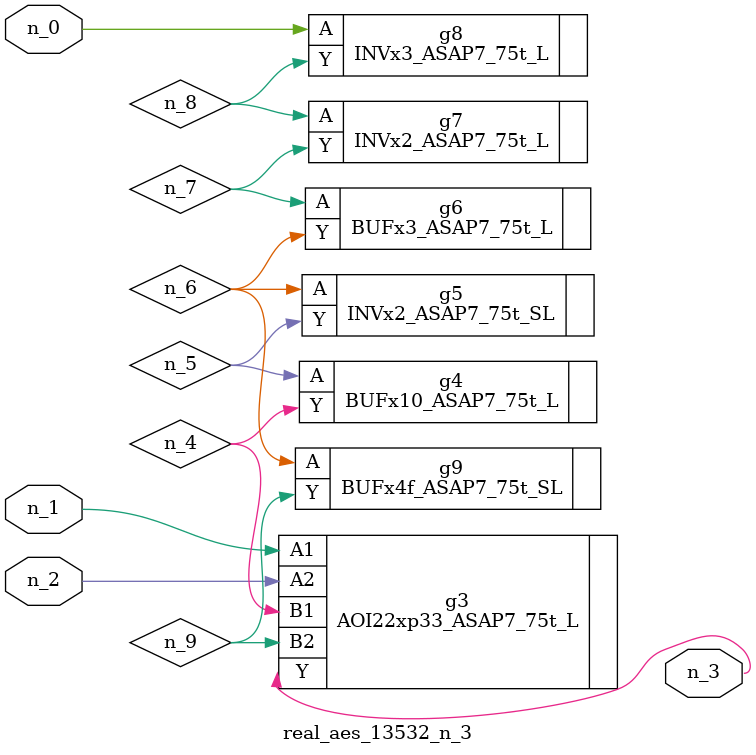
<source format=v>
module real_aes_13532_n_3 (n_0, n_2, n_1, n_3);
input n_0;
input n_2;
input n_1;
output n_3;
wire n_4;
wire n_5;
wire n_7;
wire n_9;
wire n_6;
wire n_8;
INVx3_ASAP7_75t_L g8 ( .A(n_0), .Y(n_8) );
AOI22xp33_ASAP7_75t_L g3 ( .A1(n_1), .A2(n_2), .B1(n_4), .B2(n_9), .Y(n_3) );
BUFx10_ASAP7_75t_L g4 ( .A(n_5), .Y(n_4) );
INVx2_ASAP7_75t_SL g5 ( .A(n_6), .Y(n_5) );
BUFx4f_ASAP7_75t_SL g9 ( .A(n_6), .Y(n_9) );
BUFx3_ASAP7_75t_L g6 ( .A(n_7), .Y(n_6) );
INVx2_ASAP7_75t_L g7 ( .A(n_8), .Y(n_7) );
endmodule
</source>
